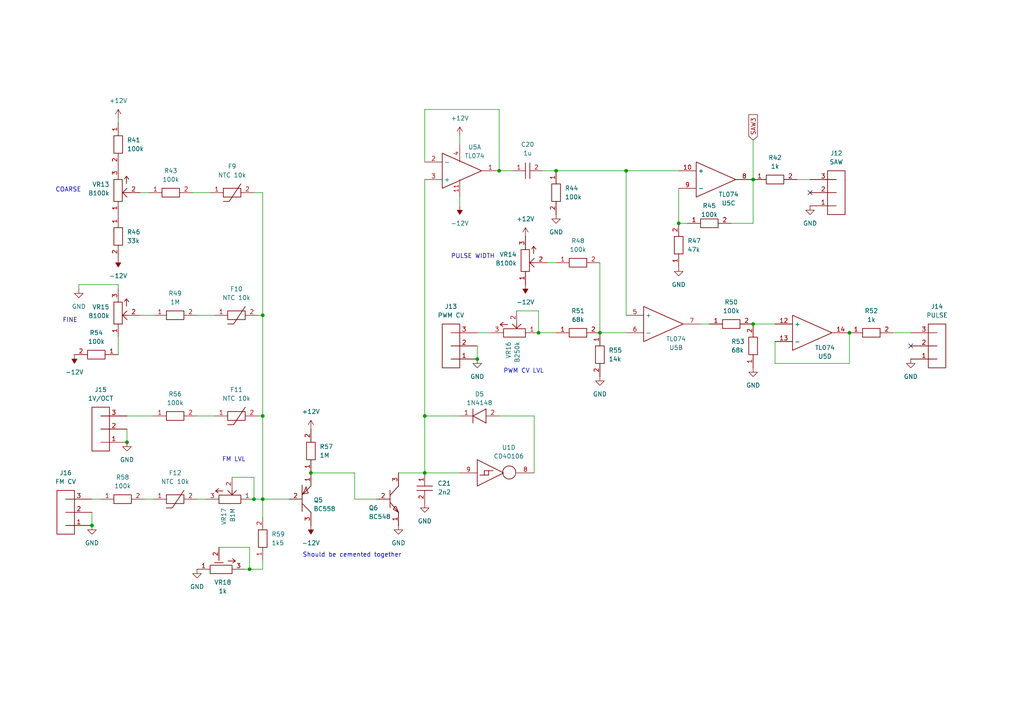
<source format=kicad_sch>
(kicad_sch (version 20250114) (generator "eeschema") (generator_version "9.0")
  (paper "A4")
  (lib_symbols
    (symbol "V_Connector:CONN_3"
      (property "Reference" "J" (at -5.08 11.43 0))
      (property "Value" "CONN_3" (at -5.08 8.89 0))
      (symbol "CONN_3_0_0"
        (rectangle (start 0 6.35) (end 5.08 -6.35) (stroke (width 0.2032)))
      )
      (symbol "CONN_3_1_0"
        (pin unspecified line (at -5.08 3.81 0) (length 7.62) (name "~") (number "1"))
        (pin unspecified line (at -5.08 0 0) (length 7.62) (name "~") (number "2"))
        (pin unspecified line (at -5.08 -3.81 0) (length 7.62) (name "~") (number "3"))
      )
    )
    (symbol "V_Diode:1N4148"
      (property "Reference" "D" (at -1.905 10.795 0))
      (property "Value" "1N4148" (at -1.905 8.255 0))
      (symbol "1N4148_0_0"
        (polyline (pts (xy -2.032 2.54) (xy 2.032 2.54)) (stroke (width 0.2032)))
        (polyline (pts (xy -2.032 -1.27) (xy 2.032 -1.27)) (stroke (width 0.2032)))
        (polyline (pts (xy 0 -1.27) (xy -2.032 2.54)) (stroke (width 0.2032)))
        (polyline (pts (xy 2.032 2.54) (xy 0 -1.27)) (stroke (width 0.2032)))
      )
      (symbol "1N4148_1_0"
        (pin unspecified line (at 0 6.35 270) (length 3.81) (name "~") (number "2"))
        (pin unspecified line (at 0 -5.08 90) (length 3.81) (name "~") (number "1"))
      )
    )
    (symbol "V_Linear:TL074,_TL084,_LF347_ETC"
      (property "Reference" "U" (at -10.795 12.7 0))
      (property "Value" "TL074,_TL084,_LF347_ETC" (at -10.795 10.16 0))
      (symbol "TL074,_TL084,_LF347_ETC_0_0"
        (polyline (pts (xy -6.35 5.08) (xy 5.08 0) (xy -6.35 -5.08) (xy -6.35 5.08)) (stroke (width 0.2032)))
      )
      (symbol "TL074,_TL084,_LF347_ETC_1_0"
        (pin unspecified line (at -11.43 2.54 0) (length 5.08) (name "-") (number "2"))
        (pin unspecified line (at -11.43 -2.54 0) (length 5.08) (name "+") (number "3"))
        (pin power_in line (at -1.27 7.62 270) (length 5.08) (name "~") (number "4"))
        (pin power_in line (at -1.27 -7.62 90) (length 5.08) (name "~") (number "11"))
        (pin unspecified line (at 10.16 0 180) (length 5.08) (name "~") (number "1"))
      )
      (symbol "TL074,_TL084,_LF347_ETC_2_0"
        (pin unspecified line (at -11.43 2.54 0) (length 5.08) (name "-") (number "6"))
        (pin unspecified line (at -11.43 -2.54 0) (length 5.08) (name "+") (number "5"))
        (pin unspecified line (at 10.16 0 180) (length 5.08) (name "~") (number "7"))
      )
      (symbol "TL074,_TL084,_LF347_ETC_3_0"
        (pin unspecified line (at -11.43 2.54 0) (length 5.08) (name "-") (number "9"))
        (pin unspecified line (at -11.43 -2.54 0) (length 5.08) (name "+") (number "10"))
        (pin unspecified line (at 10.16 0 180) (length 5.08) (name "~") (number "8"))
      )
      (symbol "TL074,_TL084,_LF347_ETC_4_0"
        (pin unspecified line (at -11.43 2.54 0) (length 5.08) (name "-") (number "13"))
        (pin unspecified line (at -11.43 -2.54 0) (length 5.08) (name "+") (number "12"))
        (pin unspecified line (at 10.16 0 180) (length 5.08) (name "~") (number "14"))
      )
    )
    (symbol "V_Logic:CD40106"
      (property "Reference" "U" (at -10.795 12.7 0))
      (property "Value" "CD40106" (at -10.795 10.16 0))
      (symbol "CD40106_0_0"
        (polyline (pts (xy -6.35 3.81) (xy -6.35 -3.81) (xy 1.27 0) (xy -6.35 3.81)) (stroke (width 0.2032)))
        (polyline (pts (xy -4.318 -0.635) (xy -4.318 0.635) (xy -1.778 0.635)) (stroke (width 0.2032)))
        (polyline (pts (xy -3.048 0.635) (xy -3.048 -0.635) (xy -5.588 -0.635)) (stroke (width 0.2032)))
        (circle (center 2.921 0.127) (radius 1.905) (stroke (width 0.2032)))
      )
      (symbol "CD40106_1_0"
        (pin unspecified line (at -11.43 0 0) (length 5.08) (name "~") (number "1"))
        (pin unspecified line (at -2.54 7.62 270) (length 5.08) (name "~") (number "14"))
        (pin unspecified line (at -2.54 -7.62 90) (length 5.08) (name "~") (number "7"))
        (pin unspecified line (at 10.16 0 180) (length 5.08) (name "~") (number "2"))
      )
      (symbol "CD40106_2_0"
        (pin unspecified line (at -11.43 0 0) (length 5.08) (name "~") (number "3"))
        (pin unspecified line (at 10.16 0 180) (length 5.08) (name "~") (number "4"))
      )
      (symbol "CD40106_3_0"
        (pin unspecified line (at -11.43 0 0) (length 5.08) (name "~") (number "5"))
        (pin unspecified line (at 10.16 0 180) (length 5.08) (name "~") (number "6"))
      )
      (symbol "CD40106_4_0"
        (pin unspecified line (at -11.43 0 0) (length 5.08) (name "~") (number "9"))
        (pin unspecified line (at 10.16 0 180) (length 5.08) (name "~") (number "8"))
      )
      (symbol "CD40106_5_0"
        (pin unspecified line (at -11.43 0 0) (length 5.08) (name "~") (number "11"))
        (pin unspecified line (at 10.16 0 180) (length 5.08) (name "~") (number "10"))
      )
      (symbol "CD40106_6_0"
        (pin unspecified line (at -11.43 0 0) (length 5.08) (name "~") (number "13"))
        (pin unspecified line (at 10.16 0 180) (length 5.08) (name "~") (number "12"))
      )
    )
    (symbol "V_Passive:C"
      (property "Reference" "C" (at -2.54 9.525 0))
      (property "Value" "C" (at -2.54 6.985 0))
      (symbol "C_0_0"
        (polyline (pts (xy -2.286 1.27) (xy 2.286 1.27)) (stroke (width 0.2032)))
        (polyline (pts (xy -2.286 0) (xy 2.286 0)) (stroke (width 0.2032)))
      )
      (symbol "C_1_0"
        (pin unspecified line (at 0 5.08 270) (length 3.81) (name "~") (number "1"))
        (pin unspecified line (at 0 -3.81 90) (length 3.81) (name "~") (number "2"))
      )
    )
    (symbol "V_Passive:MOV"
      (property "Reference" "F" (at -2.54 11.43 0))
      (property "Value" "MOV" (at -2.54 8.89 0))
      (symbol "MOV_0_0"
        (polyline (pts (xy -2.54 2.54) (xy -2.54 0.8382) (xy 2.54 -2.54)) (stroke (width 0.2032)))
        (rectangle (start -1.27 2.54) (end 1.27 -2.54) (stroke (width 0.2032)))
      )
      (symbol "MOV_1_0"
        (pin unspecified line (at 0 6.35 270) (length 3.81) (name "~") (number "1"))
        (pin unspecified line (at 0 -6.35 90) (length 3.81) (name "~") (number "2"))
      )
    )
    (symbol "V_Passive:R"
      (property "Reference" "R" (at -1.27 11.43 0))
      (property "Value" "R" (at -1.27 8.89 0))
      (symbol "R_0_0"
        (rectangle (start -1.27 2.54) (end 1.27 -2.54) (stroke (width 0.2032)))
      )
      (symbol "R_1_0"
        (pin unspecified line (at 0 6.35 270) (length 3.81) (name "~") (number "1"))
        (pin unspecified line (at 0 -6.35 90) (length 3.81) (name "~") (number "2"))
      )
    )
    (symbol "V_Passive:RT"
      (property "Reference" "VR" (at -3.81 12.065 0))
      (property "Value" "RT" (at -3.81 9.525 0))
      (symbol "RT_0_0"
        (polyline (pts (xy 0.1524 4.7752) (xy 0.7112 4.0132)) (stroke (width 0.2032)))
        (polyline (pts (xy 0.1524 2.6416) (xy 0.1524 4.7752) (xy -0.508 3.9116)) (stroke (width 0.2032)))
        (polyline (pts (xy 0.6604 -1.27) (xy 0.6604 1.27)) (stroke (width 0.2032)))
        (rectangle (start 1.3716 3.81) (end 3.81 -2.54) (stroke (width 0.2032)))
      )
      (symbol "RT_1_0"
        (pin unspecified line (at -3.81 0 0) (length 3.81) (name "~") (number "2"))
        (pin unspecified line (at 2.54 7.62 270) (length 3.81) (name "~") (number "3"))
        (pin unspecified line (at 2.54 -6.35 90) (length 3.81) (name "~") (number "1"))
      )
    )
    (symbol "V_Passive:RV"
      (property "Reference" "VR" (at -3.81 12.065 0))
      (property "Value" "RV" (at -3.81 9.525 0))
      (symbol "RV_0_0"
        (polyline (pts (xy 0 1.27) (xy 1.27 0) (xy 0 -1.27)) (stroke (width 0.2032)))
        (polyline (pts (xy 0 0) (xy 1.27 0)) (stroke (width 0.2032)))
        (polyline (pts (xy 0.1524 4.7752) (xy 0.7112 4.0132)) (stroke (width 0.2032)))
        (polyline (pts (xy 0.1524 2.6416) (xy 0.1524 4.7752) (xy -0.508 3.9116)) (stroke (width 0.2032)))
        (rectangle (start 1.3716 3.81) (end 3.81 -2.54) (stroke (width 0.2032)))
      )
      (symbol "RV_1_0"
        (pin unspecified line (at -3.81 0 0) (length 3.81) (name "~") (number "2"))
        (pin unspecified line (at 2.54 7.62 270) (length 3.81) (name "~") (number "3"))
        (pin unspecified line (at 2.54 -6.35 90) (length 3.81) (name "~") (number "1"))
      )
    )
    (symbol "V_Transistor:BC547{brace}slash}BC548{brace}slash}BC549"
      (property "Reference" "Q" (at -7.62 8.255 0))
      (property "Value" "BC547{brace}slash}BC548{brace}slash}BC549" (at -7.62 5.715 0))
      (symbol "BC547{brace}slash}BC548{brace}slash}BC549_0_0"
        (polyline (pts (xy -2.5908 1.3716) (xy 2.4892 1.3716)) (stroke (width 0.2032)))
        (polyline (pts (xy -1.1684 1.4224) (xy -3.81 3.81)) (stroke (width 0.2032)))
        (polyline (pts (xy 0.9652 1.4224) (xy 3.81 3.81)) (stroke (width 0.2032)))
        (polyline (pts (xy 2.032 3.048) (xy 3.81 3.81)) (stroke (width 0.2032)))
        (polyline (pts (xy 2.032 2.794) (xy 3.048 2.286)) (stroke (width 0.2032)))
        (polyline (pts (xy 3.048 2.54) (xy 3.81 3.81)) (stroke (width 0.2032)))
      )
      (symbol "BC547{brace}slash}BC548{brace}slash}BC549_1_0"
        (pin unspecified line (at -7.62 3.81 0) (length 3.81) (name "~") (number "3"))
        (pin unspecified line (at 0 -2.54 90) (length 3.81) (name "~") (number "2"))
        (pin unspecified line (at 7.62 3.81 180) (length 3.81) (name "~") (number "1"))
      )
    )
    (symbol "V_Transistor:BC557{brace}slash}BC558{brace}slash}BC559"
      (property "Reference" "Q" (at -7.62 8.255 0))
      (property "Value" "BC557{brace}slash}BC558{brace}slash}BC559" (at -7.62 5.715 0))
      (symbol "BC557{brace}slash}BC558{brace}slash}BC559_0_0"
        (polyline (pts (xy -3.556 1.27) (xy 4.064 1.27)) (stroke (width 0.2032)))
        (polyline (pts (xy -1.27 1.27) (xy -3.81 3.81)) (stroke (width 0.2032)))
        (polyline (pts (xy 1.27 1.27) (xy 3.81 3.81)) (stroke (width 0.2032)))
        (polyline (pts (xy 1.778 3.048) (xy 1.524 1.27)) (stroke (width 0.2032)))
        (polyline (pts (xy 1.778 3.048) (xy 3.556 2.286)) (stroke (width 0.2032)))
        (polyline (pts (xy 3.556 2.54) (xy 1.27 1.27)) (stroke (width 0.2032)))
      )
      (symbol "BC557{brace}slash}BC558{brace}slash}BC559_1_0"
        (pin unspecified line (at -7.62 3.81 0) (length 3.81) (name "~") (number "3"))
        (pin unspecified line (at 0 -2.54 90) (length 3.81) (name "~") (number "2"))
        (pin unspecified line (at 7.62 3.81 180) (length 3.81) (name "~") (number "1"))
      )
    )
    (symbol "power:+15V" (power) (pin_numbers (hide yes)) (pin_names (offset 0) (hide yes))
      (property "Value" "+15V" (at 0 3.556 0))
      (symbol "+15V_0_1"
        (polyline (pts (xy -0.762 1.27) (xy 0 2.54)))
        (polyline (pts (xy 0 2.54) (xy 0.762 1.27)))
        (polyline (pts (xy 0 0) (xy 0 2.54)))
      )
      (symbol "+15V_1_1"
        (pin power_in line (at 0 0 90) (length 0) (name "~") (number "1"))
      )
    )
    (symbol "power:-15V" (power) (pin_numbers (hide yes)) (pin_names (offset 0) (hide yes))
      (property "Value" "-15V" (at 0 3.556 0))
      (symbol "-15V_0_0"
        (pin power_in line (at 0 0 90) (length 0) (name "~") (number "1"))
      )
      (symbol "-15V_0_1"
        (polyline (pts (xy 0 0) (xy 0 1.27) (xy 0.762 1.27) (xy 0 2.54) (xy -0.762 1.27) (xy 0 1.27)) (fill (type outline)))
      )
    )
    (symbol "power:GND" (power) (pin_numbers (hide yes)) (pin_names (offset 0) (hide yes))
      (property "Value" "GND" (at 0 -3.81 0))
      (symbol "GND_0_1"
        (polyline (pts (xy 0 0) (xy 0 -1.27) (xy 1.27 -1.27) (xy 0 -2.54) (xy -1.27 -1.27) (xy 0 -1.27)))
      )
      (symbol "GND_1_1"
        (pin power_in line (at 0 0 270) (length 0) (name "~") (number "1"))
      )
    )
  )
  (text "PWM CV LVL" (at 151.892 107.696 0) (effects (font (size 1.27 1.27))))
  (text "FINE" (at 20.32 92.964 0) (effects (font (size 1.27 1.27))))
  (text "FM LVL" (at 67.818 133.35 0) (effects (font (size 1.27 1.27))))
  (text "Should be cemented together" (at 102.108 161.036 0) (effects (font (size 1.27 1.27))))
  (text "COARSE\n" (at 19.812 55.118 0) (effects (font (size 1.27 1.27))))
  (text "PULSE WIDTH\n" (at 137.16 74.422 0) (effects (font (size 1.27 1.27))))
  (junction (at 123.19 137.16))
  (junction (at 123.19 120.65))
  (junction (at 218.44 93.98))
  (junction (at 196.85 64.77))
  (junction (at 218.44 52.07))
  (junction (at 161.29 49.53))
  (junction (at 90.17 137.16))
  (junction (at 72.39 165.1))
  (junction (at 173.99 96.52))
  (junction (at 76.2 144.78))
  (junction (at 76.2 91.44))
  (junction (at 181.61 49.53))
  (junction (at 144.78 49.53))
  (junction (at 76.2 120.65))
  (junction (at 36.83 128.27))
  (junction (at 246.38 96.52))
  (junction (at 26.67 152.4))
  (junction (at 73.66 144.78))
  (junction (at 156.21 96.52))
  (junction (at 138.43 104.14))
  (no_connect (at 264.16 100.33))
  (no_connect (at 234.95 55.88))
  (wire (pts (xy 57.15 144.78) (xy 59.69 144.78)))
  (wire (pts (xy 203.2 93.98) (xy 205.74 93.98)))
  (wire (pts (xy 156.21 90.17) (xy 156.21 96.52)))
  (wire (pts (xy 71.12 165.1) (xy 72.39 165.1)))
  (wire (pts (xy 173.99 76.2) (xy 173.99 96.52)))
  (wire (pts (xy 123.19 137.16) (xy 133.35 137.16)))
  (wire (pts (xy 102.87 137.16) (xy 102.87 144.78)))
  (wire (pts (xy 157.48 49.53) (xy 161.29 49.53)))
  (wire (pts (xy 76.2 91.44) (xy 74.93 91.44)))
  (wire (pts (xy 156.21 96.52) (xy 161.29 96.52)))
  (wire (pts (xy 181.61 49.53) (xy 181.61 91.44)))
  (wire (pts (xy 40.64 91.44) (xy 44.45 91.44)))
  (wire (pts (xy 67.31 138.43) (xy 73.66 138.43)))
  (wire (pts (xy 22.86 83.82) (xy 22.86 82.55)))
  (wire (pts (xy 57.15 120.65) (xy 62.23 120.65)))
  (wire (pts (xy 224.79 99.06) (xy 224.79 105.41)))
  (wire (pts (xy 218.44 93.98) (xy 224.79 93.98)))
  (wire (pts (xy 212.09 64.77) (xy 218.44 64.77)))
  (wire (pts (xy 55.88 55.88) (xy 60.96 55.88)))
  (wire (pts (xy 73.66 144.78) (xy 76.2 144.78)))
  (wire (pts (xy 72.39 158.75) (xy 72.39 165.1)))
  (wire (pts (xy 76.2 144.78) (xy 76.2 120.65)))
  (wire (pts (xy 76.2 144.78) (xy 76.2 149.86)))
  (wire (pts (xy 196.85 54.61) (xy 196.85 64.77)))
  (wire (pts (xy 73.66 138.43) (xy 73.66 144.78)))
  (wire (pts (xy 138.43 96.52) (xy 142.24 96.52)))
  (wire (pts (xy 196.85 64.77) (xy 199.39 64.77)))
  (wire (pts (xy 34.29 35.56) (xy 34.29 34.29)))
  (wire (pts (xy 144.78 31.75) (xy 144.78 49.53)))
  (wire (pts (xy 231.14 52.07) (xy 234.95 52.07)))
  (wire (pts (xy 34.29 82.55) (xy 34.29 83.82)))
  (wire (pts (xy 63.5 158.75) (xy 72.39 158.75)))
  (wire (pts (xy 76.2 55.88) (xy 76.2 91.44)))
  (wire (pts (xy 173.99 96.52) (xy 181.61 96.52)))
  (wire (pts (xy 72.39 165.1) (xy 76.2 165.1)))
  (wire (pts (xy 133.35 39.37) (xy 133.35 41.91)))
  (wire (pts (xy 154.94 120.65) (xy 144.78 120.65)))
  (wire (pts (xy 22.86 82.55) (xy 34.29 82.55)))
  (wire (pts (xy 149.86 90.17) (xy 156.21 90.17)))
  (wire (pts (xy 259.08 96.52) (xy 264.16 96.52)))
  (wire (pts (xy 34.29 97.79) (xy 34.29 102.87)))
  (wire (pts (xy 218.44 64.77) (xy 218.44 52.07)))
  (wire (pts (xy 133.35 120.65) (xy 123.19 120.65)))
  (wire (pts (xy 161.29 49.53) (xy 181.61 49.53)))
  (wire (pts (xy 224.79 105.41) (xy 246.38 105.41)))
  (wire (pts (xy 76.2 91.44) (xy 76.2 120.65)))
  (wire (pts (xy 154.94 137.16) (xy 154.94 120.65)))
  (wire (pts (xy 57.15 91.44) (xy 62.23 91.44)))
  (wire (pts (xy 43.18 55.88) (xy 40.64 55.88)))
  (wire (pts (xy 26.67 144.78) (xy 29.21 144.78)))
  (wire (pts (xy 181.61 49.53) (xy 196.85 49.53)))
  (wire (pts (xy 73.66 55.88) (xy 76.2 55.88)))
  (wire (pts (xy 138.43 100.33) (xy 138.43 104.14)))
  (wire (pts (xy 158.75 76.2) (xy 161.29 76.2)))
  (wire (pts (xy 123.19 31.75) (xy 144.78 31.75)))
  (wire (pts (xy 102.87 144.78) (xy 109.22 144.78)))
  (wire (pts (xy 26.67 148.59) (xy 26.67 152.4)))
  (wire (pts (xy 76.2 165.1) (xy 76.2 162.56)))
  (wire (pts (xy 90.17 137.16) (xy 102.87 137.16)))
  (wire (pts (xy 123.19 52.07) (xy 123.19 120.65)))
  (wire (pts (xy 36.83 124.46) (xy 36.83 128.27)))
  (wire (pts (xy 76.2 144.78) (xy 83.82 144.78)))
  (wire (pts (xy 144.78 49.53) (xy 148.59 49.53)))
  (wire (pts (xy 123.19 120.65) (xy 123.19 137.16)))
  (wire (pts (xy 123.19 46.99) (xy 123.19 31.75)))
  (wire (pts (xy 133.35 57.15) (xy 133.35 59.69)))
  (wire (pts (xy 218.44 40.64) (xy 218.44 52.07)))
  (wire (pts (xy 41.91 144.78) (xy 44.45 144.78)))
  (wire (pts (xy 76.2 120.65) (xy 74.93 120.65)))
  (wire (pts (xy 115.57 137.16) (xy 123.19 137.16)))
  (wire (pts (xy 36.83 120.65) (xy 44.45 120.65)))
  (wire (pts (xy 246.38 105.41) (xy 246.38 96.52)))
  (global_label "SAW3" (shape input) (at 218.44 40.64 90) (property "Intersheetrefs" "${INTERSHEET_REFS}" (effects (hide yes))))
  (symbol (lib_id "V_Passive:RV") (at 149.86 93.98 90) (mirror x) (unit 1)
    (property "Reference" "VR16" (at 147.4723 99.06 0) (effects (justify left)))
    (property "Value" "B250k" (at 150.0123 99.06 0) (effects (justify left)))
    (property "Footprint" "POT6_5" (effects (hide yes)))
  )
  (symbol (lib_id "V_Passive:R") (at 76.2 156.21 180) (unit 1)
    (property "Reference" "R59" (at 78.74 154.9399 0) (effects (justify right)))
    (property "Value" "1k5" (at 78.74 157.4799 0) (effects (justify right)))
    (property "Footprint" "AX3_1" (effects (hide yes)))
  )
  (symbol (lib_id "V_Connector:CONN_3") (at 31.75 124.46 180) (unit 1)
    (property "Reference" "J15" (at 29.21 113.03 0))
    (property "Value" "1V/OCT" (at 29.21 115.57 0))
    (property "Footprint" "THONK" (effects (hide yes)))
  )
  (symbol (lib_id "V_Passive:RV") (at 36.83 91.44 0) (mirror y) (unit 1)
    (property "Reference" "VR15" (at 31.75 89.0523 0) (effects (justify left)))
    (property "Value" "B100k" (at 31.75 91.5923 0) (effects (justify left)))
    (property "Footprint" "POT6_5" (effects (hide yes)))
  )
  (symbol (lib_id "V_Passive:R") (at 27.94 102.87 270) (unit 1)
    (property "Reference" "R54" (at 27.94 96.52 90))
    (property "Value" "100k" (at 27.94 99.06 90))
    (property "Footprint" "AX3_1" (effects (hide yes)))
  )
  (symbol (lib_id "power:GND") (at 138.43 104.14 0) (unit 1)
    (property "Reference" "#PWR067" (effects (hide yes)))
    (property "Value" "GND" (at 138.43 109.22 0))
    (property "Description" "Power symbol creates a global label with name \"GND\" , ground" (effects (hide yes)))
  )
  (symbol (lib_id "V_Linear:TL074,_TL084,_LF347_ETC") (at 236.22 96.52 0) (mirror x) (unit 4)
    (property "Reference" "U5" (at 239.268 103.378 0))
    (property "Value" "TL074" (at 239.268 100.838 0))
    (property "Footprint" "DIP14" (effects (hide yes)))
  )
  (symbol (lib_id "V_Passive:R") (at 50.8 91.44 90) (unit 1)
    (property "Reference" "R49" (at 50.8 85.09 90))
    (property "Value" "1M" (at 50.8 87.63 90))
    (property "Footprint" "AX3_1" (effects (hide yes)))
  )
  (symbol (lib_id "V_Linear:TL074,_TL084,_LF347_ETC") (at 193.04 93.98 0) (mirror x) (unit 2)
    (property "Reference" "U5" (at 196.088 100.838 0))
    (property "Value" "TL074" (at 196.088 98.298 0))
    (property "Footprint" "DIP14" (effects (hide yes)))
  )
  (symbol (lib_id "V_Passive:MOV") (at 67.31 55.88 90) (unit 1)
    (property "Reference" "F9" (at 67.31 48.26 90))
    (property "Value" "NTC 10k" (at 67.31 50.8 90))
    (property "Footprint" "AX3_1" (effects (hide yes)))
  )
  (symbol (lib_id "V_Passive:R") (at 205.74 64.77 90) (unit 1)
    (property "Reference" "R45" (at 205.74 59.69 90))
    (property "Value" "100k" (at 205.74 62.23 90))
    (property "Footprint" "AX3_1" (effects (hide yes)))
  )
  (symbol (lib_id "power:GND") (at 57.15 165.1 0) (unit 1)
    (property "Reference" "#PWR077" (effects (hide yes)))
    (property "Value" "GND" (at 57.15 170.18 0))
    (property "Description" "Power symbol creates a global label with name \"GND\" , ground" (effects (hide yes)))
  )
  (symbol (lib_id "power:GND") (at 26.67 152.4 0) (unit 1)
    (property "Reference" "#PWR074" (effects (hide yes)))
    (property "Value" "GND" (at 26.67 157.48 0))
    (property "Description" "Power symbol creates a global label with name \"GND\" , ground" (effects (hide yes)))
  )
  (symbol (lib_id "V_Passive:C") (at 153.67 49.53 90) (unit 1)
    (property "Reference" "C20" (at 153.035 41.91 90))
    (property "Value" "1u" (at 153.035 44.45 90))
    (property "Footprint" "BOX1_3" (effects (hide yes)))
  )
  (symbol (lib_id "V_Connector:CONN_3") (at 240.03 55.88 0) (mirror x) (unit 1)
    (property "Reference" "J12" (at 242.57 44.45 0))
    (property "Value" "SAW" (at 242.57 46.99 0))
    (property "Footprint" "THONK" (effects (hide yes)))
  )
  (symbol (lib_id "V_Passive:C") (at 123.19 142.24 0) (unit 1)
    (property "Reference" "C21" (at 130.81 140.208 0) (effects (justify right)))
    (property "Value" "2n2" (at 130.81 142.748 0) (effects (justify right)))
    (property "Footprint" "BOX1_3" (effects (hide yes)))
  )
  (symbol (lib_id "power:GND") (at 218.44 106.68 0) (unit 1)
    (property "Reference" "#PWR069" (effects (hide yes)))
    (property "Value" "GND" (at 218.44 111.76 0))
    (property "Description" "Power symbol creates a global label with name \"GND\" , ground" (effects (hide yes)))
  )
  (symbol (lib_id "V_Passive:RV") (at 67.31 142.24 90) (mirror x) (unit 1)
    (property "Reference" "VR17" (at 64.9223 147.32 0) (effects (justify left)))
    (property "Value" "B1M" (at 67.4623 147.32 0) (effects (justify left)))
    (property "Footprint" "POT6_5" (effects (hide yes)))
  )
  (symbol (lib_id "V_Passive:R") (at 167.64 76.2 90) (unit 1)
    (property "Reference" "R48" (at 167.64 69.85 90))
    (property "Value" "100k" (at 167.64 72.39 90))
    (property "Footprint" "AX3_1" (effects (hide yes)))
  )
  (symbol (lib_id "V_Passive:R") (at 34.29 41.91 0) (unit 1)
    (property "Reference" "R41" (at 36.83 40.6399 0) (effects (justify left)))
    (property "Value" "100k" (at 36.83 43.1799 0) (effects (justify left)))
    (property "Footprint" "AX3_1" (effects (hide yes)))
  )
  (symbol (lib_id "V_Passive:R") (at 90.17 130.81 180) (unit 1)
    (property "Reference" "R57" (at 92.71 129.5399 0) (effects (justify right)))
    (property "Value" "1M" (at 92.71 132.0799 0) (effects (justify right)))
    (property "Footprint" "AX3_1" (effects (hide yes)))
  )
  (symbol (lib_id "V_Passive:R") (at 35.56 144.78 90) (unit 1)
    (property "Reference" "R58" (at 35.56 138.43 90))
    (property "Value" "100k" (at 35.56 140.97 90))
    (property "Footprint" "AX3_1" (effects (hide yes)))
  )
  (symbol (lib_id "V_Transistor:BC557{brace}slash}BC558{brace}slash}BC559") (at 86.36 144.78 270) (mirror x) (unit 1)
    (property "Reference" "Q5" (at 90.932 145.034 90) (effects (justify left)))
    (property "Value" "BC558" (at 90.932 147.574 90) (effects (justify left)))
    (property "Footprint" "TO92" (effects (hide yes)))
  )
  (symbol (lib_id "power:+15V") (at 152.4 68.58 0) (unit 1)
    (property "Reference" "#PWR061" (effects (hide yes)))
    (property "Value" "+12V" (at 152.4 63.5 0))
    (property "Description" "Power symbol creates a global label with name \"+15V\"" (effects (hide yes)))
  )
  (symbol (lib_id "V_Passive:R") (at 224.79 52.07 90) (unit 1)
    (property "Reference" "R42" (at 224.79 45.72 90))
    (property "Value" "1k" (at 224.79 48.26 90))
    (property "Footprint" "AX3_1" (effects (hide yes)))
  )
  (symbol (lib_id "V_Connector:CONN_3") (at 269.24 100.33 0) (mirror x) (unit 1)
    (property "Reference" "J14" (at 271.78 88.9 0))
    (property "Value" "PULSE" (at 271.78 91.44 0))
    (property "Footprint" "THONK" (effects (hide yes)))
  )
  (symbol (lib_id "power:-15V") (at 90.17 152.4 180) (unit 1)
    (property "Reference" "#PWR075" (effects (hide yes)))
    (property "Value" "-12V" (at 90.17 157.48 0))
    (property "Description" "Power symbol creates a global label with name \"-15V\"" (effects (hide yes)))
  )
  (symbol (lib_id "V_Passive:RT") (at 63.5 162.56 270) (unit 1)
    (property "Reference" "VR18" (at 64.6176 168.91 90))
    (property "Value" "1k" (at 64.6176 171.45 90))
    (property "Footprint" "TRIM6" (effects (hide yes)))
  )
  (symbol (lib_id "power:+15V") (at 34.29 34.29 0) (unit 1)
    (property "Reference" "#PWR051" (effects (hide yes)))
    (property "Value" "+12V" (at 34.29 29.21 0))
    (property "Description" "Power symbol creates a global label with name \"+15V\"" (effects (hide yes)))
  )
  (symbol (lib_id "V_Linear:TL074,_TL084,_LF347_ETC") (at 208.28 52.07 0) (mirror x) (unit 3)
    (property "Reference" "U5" (at 211.328 58.928 0))
    (property "Value" "TL074" (at 211.328 56.388 0))
    (property "Footprint" "DIP14" (effects (hide yes)))
  )
  (symbol (lib_id "power:GND") (at 196.85 77.47 0) (unit 1)
    (property "Reference" "#PWR063" (effects (hide yes)))
    (property "Value" "GND" (at 196.85 82.55 0))
    (property "Description" "Power symbol creates a global label with name \"GND\" , ground" (effects (hide yes)))
  )
  (symbol (lib_id "V_Connector:CONN_3") (at 21.59 148.59 180) (unit 1)
    (property "Reference" "J16" (at 19.05 137.16 0))
    (property "Value" "FM CV" (at 19.05 139.7 0))
    (property "Footprint" "THONK" (effects (hide yes)))
  )
  (symbol (lib_id "power:GND") (at 115.57 152.4 0) (unit 1)
    (property "Reference" "#PWR076" (effects (hide yes)))
    (property "Value" "GND" (at 115.57 157.48 0))
    (property "Description" "Power symbol creates a global label with name \"GND\" , ground" (effects (hide yes)))
  )
  (symbol (lib_id "V_Passive:R") (at 49.53 55.88 90) (unit 1)
    (property "Reference" "R43" (at 49.53 49.53 90))
    (property "Value" "100k" (at 49.53 52.07 90))
    (property "Footprint" "AX3_1" (effects (hide yes)))
  )
  (symbol (lib_id "power:-15V") (at 152.4 82.55 180) (unit 1)
    (property "Reference" "#PWR064" (effects (hide yes)))
    (property "Value" "-12V" (at 152.4 87.63 0))
    (property "Description" "Power symbol creates a global label with name \"-15V\"" (effects (hide yes)))
  )
  (symbol (lib_id "power:+15V") (at 133.35 39.37 0) (unit 1)
    (property "Reference" "#PWR052" (effects (hide yes)))
    (property "Value" "+12V" (at 133.35 34.29 0))
    (property "Description" "Power symbol creates a global label with name \"+15V\"" (effects (hide yes)))
  )
  (symbol (lib_id "power:GND") (at 173.99 109.22 0) (unit 1)
    (property "Reference" "#PWR070" (effects (hide yes)))
    (property "Value" "GND" (at 173.99 114.3 0))
    (property "Description" "Power symbol creates a global label with name \"GND\" , ground" (effects (hide yes)))
  )
  (symbol (lib_id "V_Passive:MOV") (at 68.58 120.65 90) (unit 1)
    (property "Reference" "F11" (at 68.58 113.03 90))
    (property "Value" "NTC 10k" (at 68.58 115.57 90))
    (property "Footprint" "AX3_1" (effects (hide yes)))
  )
  (symbol (lib_id "V_Passive:R") (at 218.44 100.33 180) (unit 1)
    (property "Reference" "R53" (at 212.09 99.06 0) (effects (justify right)))
    (property "Value" "68k" (at 212.09 101.6 0) (effects (justify right)))
    (property "Footprint" "AX3_1" (effects (hide yes)))
  )
  (symbol (lib_id "power:+15V") (at 90.17 124.46 0) (unit 1)
    (property "Reference" "#PWR071" (effects (hide yes)))
    (property "Value" "+12V" (at 90.17 119.38 0))
    (property "Description" "Power symbol creates a global label with name \"+15V\"" (effects (hide yes)))
  )
  (symbol (lib_id "power:GND") (at 36.83 128.27 0) (unit 1)
    (property "Reference" "#PWR072" (effects (hide yes)))
    (property "Value" "GND" (at 36.83 133.35 0))
    (property "Description" "Power symbol creates a global label with name \"GND\" , ground" (effects (hide yes)))
  )
  (symbol (lib_id "V_Transistor:BC547{brace}slash}BC548{brace}slash}BC549") (at 111.76 144.78 270) (unit 1)
    (property "Reference" "Q6" (at 106.934 147.32 90) (effects (justify left)))
    (property "Value" "BC548" (at 106.934 149.86 90) (effects (justify left)))
    (property "Footprint" "TO92" (effects (hide yes)))
  )
  (symbol (lib_id "V_Passive:R") (at 212.09 93.98 90) (unit 1)
    (property "Reference" "R50" (at 212.09 87.63 90))
    (property "Value" "100k" (at 212.09 90.17 90))
    (property "Footprint" "AX3_1" (effects (hide yes)))
  )
  (symbol (lib_id "power:-15V") (at 21.59 102.87 180) (unit 1)
    (property "Reference" "#PWR066" (effects (hide yes)))
    (property "Value" "-12V" (at 21.59 107.95 0))
    (property "Description" "Power symbol creates a global label with name \"-15V\"" (effects (hide yes)))
  )
  (symbol (lib_id "power:GND") (at 234.95 59.69 0) (unit 1)
    (property "Reference" "#PWR059" (effects (hide yes)))
    (property "Value" "GND" (at 234.95 64.77 0))
    (property "Description" "Power symbol creates a global label with name \"GND\" , ground" (effects (hide yes)))
  )
  (symbol (lib_id "V_Passive:MOV") (at 68.58 91.44 90) (unit 1)
    (property "Reference" "F10" (at 68.58 83.82 90))
    (property "Value" "NTC 10k" (at 68.58 86.36 90))
    (property "Footprint" "AX3_1" (effects (hide yes)))
  )
  (symbol (lib_id "V_Passive:R") (at 252.73 96.52 90) (unit 1)
    (property "Reference" "R52" (at 252.73 90.17 90))
    (property "Value" "1k" (at 252.73 92.71 90))
    (property "Footprint" "AX3_1" (effects (hide yes)))
  )
  (symbol (lib_id "V_Passive:RV") (at 36.83 55.88 0) (mirror y) (unit 1)
    (property "Reference" "VR13" (at 31.75 53.4923 0) (effects (justify left)))
    (property "Value" "B100k" (at 31.75 56.0323 0) (effects (justify left)))
    (property "Footprint" "POT5_5" (effects (hide yes)))
  )
  (symbol (lib_id "V_Passive:RV") (at 154.94 76.2 0) (mirror y) (unit 1)
    (property "Reference" "VR14" (at 149.86 73.8123 0) (effects (justify left)))
    (property "Value" "B100k" (at 149.86 76.3523 0) (effects (justify left)))
    (property "Footprint" "POT6_5" (effects (hide yes)))
  )
  (symbol (lib_id "V_Diode:1N4148") (at 138.43 120.65 270) (unit 1)
    (property "Reference" "D5" (at 139.065 114.3 90))
    (property "Value" "1N4148" (at 139.065 116.84 90))
    (property "Footprint" "AX2_1" (effects (hide yes)))
  )
  (symbol (lib_id "V_Passive:R") (at 34.29 68.58 0) (unit 1)
    (property "Reference" "R46" (at 36.83 67.3099 0) (effects (justify left)))
    (property "Value" "33k" (at 36.83 69.8499 0) (effects (justify left)))
    (property "Footprint" "AX3_1" (effects (hide yes)))
  )
  (symbol (lib_id "V_Passive:R") (at 173.99 102.87 0) (unit 1)
    (property "Reference" "R55" (at 176.53 101.5999 0) (effects (justify left)))
    (property "Value" "14k" (at 176.53 104.1399 0) (effects (justify left)))
    (property "Footprint" "AX3_1" (effects (hide yes)))
  )
  (symbol (lib_id "V_Logic:CD40106") (at 144.78 137.16 0) (unit 4)
    (property "Reference" "U1" (at 147.574 129.794 0))
    (property "Value" "CD40106" (at 147.574 132.334 0))
    (property "Footprint" "DIP14" (effects (hide yes)))
  )
  (symbol (lib_id "V_Passive:R") (at 50.8 120.65 90) (unit 1)
    (property "Reference" "R56" (at 50.8 114.3 90))
    (property "Value" "100k" (at 50.8 116.84 90))
    (property "Footprint" "AX3_1" (effects (hide yes)))
  )
  (symbol (lib_id "power:GND") (at 161.29 62.23 0) (unit 1)
    (property "Reference" "#PWR060" (effects (hide yes)))
    (property "Value" "GND" (at 161.29 67.31 0))
    (property "Description" "Power symbol creates a global label with name \"GND\" , ground" (effects (hide yes)))
  )
  (symbol (lib_id "V_Passive:R") (at 196.85 71.12 180) (unit 1)
    (property "Reference" "R47" (at 199.39 69.8499 0) (effects (justify right)))
    (property "Value" "47k" (at 199.39 72.3899 0) (effects (justify right)))
    (property "Footprint" "AX3_1" (effects (hide yes)))
  )
  (symbol (lib_id "power:GND") (at 123.19 146.05 0) (unit 1)
    (property "Reference" "#PWR073" (effects (hide yes)))
    (property "Value" "GND" (at 123.19 151.13 0))
    (property "Description" "Power symbol creates a global label with name \"GND\" , ground" (effects (hide yes)))
  )
  (symbol (lib_id "V_Passive:R") (at 167.64 96.52 90) (unit 1)
    (property "Reference" "R51" (at 167.64 90.17 90))
    (property "Value" "68k" (at 167.64 92.71 90))
    (property "Footprint" "AX3_1" (effects (hide yes)))
  )
  (symbol (lib_id "V_Passive:R") (at 161.29 55.88 0) (unit 1)
    (property "Reference" "R44" (at 163.83 54.6099 0) (effects (justify left)))
    (property "Value" "100k" (at 163.83 57.1499 0) (effects (justify left)))
    (property "Footprint" "AX3_1" (effects (hide yes)))
  )
  (symbol (lib_id "V_Passive:MOV") (at 50.8 144.78 90) (unit 1)
    (property "Reference" "F12" (at 50.8 137.16 90))
    (property "Value" "NTC 10k" (at 50.8 139.7 90))
    (property "Footprint" "AX3_1" (effects (hide yes)))
  )
  (symbol (lib_id "power:-15V") (at 133.35 59.69 180) (unit 1)
    (property "Reference" "#PWR058" (effects (hide yes)))
    (property "Value" "-12V" (at 133.35 64.77 0))
    (property "Description" "Power symbol creates a global label with name \"-15V\"" (effects (hide yes)))
  )
  (symbol (lib_id "V_Linear:TL074,_TL084,_LF347_ETC") (at 134.62 49.53 0) (unit 1)
    (property "Reference" "U5" (at 137.668 42.672 0))
    (property "Value" "TL074" (at 137.668 45.212 0))
    (property "Footprint" "DIP14" (effects (hide yes)))
  )
  (symbol (lib_id "power:GND") (at 264.16 104.14 0) (unit 1)
    (property "Reference" "#PWR068" (effects (hide yes)))
    (property "Value" "GND" (at 264.16 109.22 0))
    (property "Description" "Power symbol creates a global label with name \"GND\" , ground" (effects (hide yes)))
  )
  (symbol (lib_id "power:GND") (at 22.86 83.82 0) (unit 1)
    (property "Reference" "#PWR065" (effects (hide yes)))
    (property "Value" "GND" (at 22.86 88.9 0))
    (property "Description" "Power symbol creates a global label with name \"GND\" , ground" (effects (hide yes)))
  )
  (symbol (lib_id "power:-15V") (at 34.29 74.93 180) (unit 1)
    (property "Reference" "#PWR062" (effects (hide yes)))
    (property "Value" "-12V" (at 34.29 80.01 0))
    (property "Description" "Power symbol creates a global label with name \"-15V\"" (effects (hide yes)))
  )
  (symbol (lib_id "V_Connector:CONN_3") (at 133.35 100.33 180) (unit 1)
    (property "Reference" "J13" (at 130.81 88.9 0))
    (property "Value" "PWM CV" (at 130.81 91.44 0))
    (property "Footprint" "THONK" (effects (hide yes)))
  )
)
</source>
